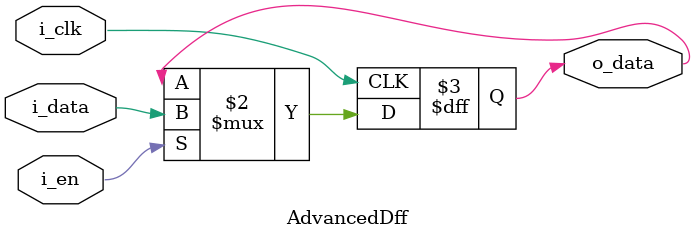
<source format=v>
module AdvancedDff(
	input i_clk,
	input i_data,
	input i_en,
	output reg o_data
);

	always @(posedge i_clk) begin
		o_data <= i_en ? i_data : o_data;
	end

endmodule

</source>
